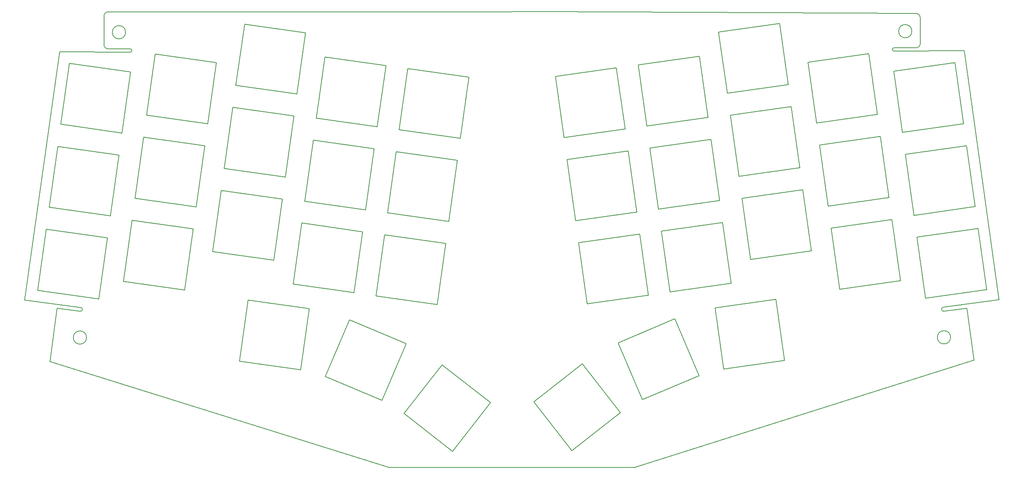
<source format=gbr>
G04 #@! TF.GenerationSoftware,KiCad,Pcbnew,7.0.1-0*
G04 #@! TF.CreationDate,2023-07-08T18:50:10+09:00*
G04 #@! TF.ProjectId,cool536lc,636f6f6c-3533-4366-9c63-2e6b69636164,rev?*
G04 #@! TF.SameCoordinates,Original*
G04 #@! TF.FileFunction,Profile,NP*
%FSLAX46Y46*%
G04 Gerber Fmt 4.6, Leading zero omitted, Abs format (unit mm)*
G04 Created by KiCad (PCBNEW 7.0.1-0) date 2023-07-08 18:50:10*
%MOMM*%
%LPD*%
G01*
G04 APERTURE LIST*
G04 #@! TA.AperFunction,Profile*
%ADD10C,0.150000*%
G04 #@! TD*
G04 APERTURE END LIST*
D10*
X137786525Y97133802D02*
X135836525Y83263802D01*
X121976525Y85213802D02*
X123926525Y99083802D01*
X123926525Y99083802D02*
X137786525Y97133802D01*
X135836525Y83263802D02*
X121976525Y85213802D01*
X121086525Y46893802D02*
X107226525Y48843802D01*
X123036525Y60763802D02*
X121086525Y46893802D01*
X109176525Y62713802D02*
X123036525Y60763802D01*
X107226525Y48843802D02*
X109176525Y62713802D01*
X144536525Y37023802D02*
X155566525Y28393802D01*
X155566525Y28393802D02*
X164196525Y39423802D01*
X153166525Y48043802D02*
X144536525Y37023802D01*
X164196525Y39423802D02*
X153166525Y48043802D01*
X126676525Y45393802D02*
X139556525Y39933802D01*
X145016525Y52813802D02*
X132146525Y58283802D01*
X139556525Y39933802D02*
X145016525Y52813802D01*
X132146525Y58283802D02*
X126676525Y45393802D01*
X257631525Y100873802D02*
X255681525Y114743802D01*
X271491525Y102823802D02*
X257631525Y100873802D01*
X269541525Y116693802D02*
X271491525Y102823802D01*
X255681525Y114743802D02*
X269541525Y116693802D01*
X194691525Y101593802D02*
X180831525Y99643802D01*
X180831525Y99643802D02*
X178881525Y113513802D01*
X192741525Y115463802D02*
X194691525Y101593802D01*
X178881525Y113513802D02*
X192741525Y115463802D01*
X231751525Y111683802D02*
X217891525Y109733802D01*
X229801525Y125553802D02*
X231751525Y111683802D01*
X215941525Y123603802D02*
X229801525Y125553802D01*
X217891525Y109733802D02*
X215941525Y123603802D01*
X238131525Y102923802D02*
X236181525Y116793802D01*
X251991525Y104873802D02*
X238131525Y102923802D01*
X250041525Y118743802D02*
X251991525Y104873802D01*
X236181525Y116793802D02*
X250041525Y118743802D01*
X199661525Y102303802D02*
X197711525Y116173802D01*
X197711525Y116173802D02*
X211571525Y118123802D01*
X213521525Y104253802D02*
X199661525Y102303802D01*
X211571525Y118123802D02*
X213521525Y104253802D01*
X122191525Y123438802D02*
X120241525Y109568802D01*
X106381525Y111518802D02*
X108331525Y125388802D01*
X120241525Y109568802D02*
X106381525Y111518802D01*
X108331525Y125388802D02*
X122191525Y123438802D01*
X143441525Y101428802D02*
X145391525Y115298802D01*
X145391525Y115298802D02*
X159251525Y113348802D01*
X159251525Y113348802D02*
X157301525Y99478802D01*
X157301525Y99478802D02*
X143441525Y101428802D01*
X140421525Y116008802D02*
X138471525Y102138802D01*
X124611525Y104088802D02*
X126561525Y117958802D01*
X126561525Y117958802D02*
X140421525Y116008802D01*
X138471525Y102138802D02*
X124611525Y104088802D01*
X100001525Y102758802D02*
X86141525Y104708802D01*
X88091525Y118578802D02*
X101951525Y116628802D01*
X101951525Y116628802D02*
X100001525Y102758802D01*
X86141525Y104708802D02*
X88091525Y118578802D01*
X80501525Y100708802D02*
X66641525Y102658802D01*
X82451525Y114578802D02*
X80501525Y100708802D01*
X66641525Y102658802D02*
X68591525Y116528802D01*
X68591525Y116528802D02*
X82451525Y114578802D01*
X234386525Y92808802D02*
X220526525Y90858802D01*
X220526525Y90858802D02*
X218576525Y104728802D01*
X218576525Y104728802D02*
X232436525Y106678802D01*
X232436525Y106678802D02*
X234386525Y92808802D01*
X202296525Y83428802D02*
X200346525Y97298802D01*
X214206525Y99248802D02*
X216156525Y85378802D01*
X216156525Y85378802D02*
X202296525Y83428802D01*
X200346525Y97298802D02*
X214206525Y99248802D01*
X238816525Y97918802D02*
X252676525Y99868802D01*
X254626525Y85998802D02*
X240766525Y84048802D01*
X240766525Y84048802D02*
X238816525Y97918802D01*
X252676525Y99868802D02*
X254626525Y85998802D01*
X181516525Y94638802D02*
X195376525Y96588802D01*
X195376525Y96588802D02*
X197326525Y82718802D01*
X183466525Y80768802D02*
X181516525Y94638802D01*
X197326525Y82718802D02*
X183466525Y80768802D01*
X260266525Y81998802D02*
X258316525Y95868802D01*
X274126525Y83948802D02*
X260266525Y81998802D01*
X272176525Y97818802D02*
X274126525Y83948802D01*
X258316525Y95868802D02*
X272176525Y97818802D01*
X77866525Y81833802D02*
X64006525Y83783802D01*
X64006525Y83783802D02*
X65956525Y97653802D01*
X79816525Y95703802D02*
X77866525Y81833802D01*
X65956525Y97653802D02*
X79816525Y95703802D01*
X105696525Y106513802D02*
X119556525Y104563802D01*
X117606525Y90693802D02*
X103746525Y92643802D01*
X103746525Y92643802D02*
X105696525Y106513802D01*
X119556525Y104563802D02*
X117606525Y90693802D01*
X97366525Y83883802D02*
X83506525Y85833802D01*
X99316525Y97753802D02*
X97366525Y83883802D01*
X83506525Y85833802D02*
X85456525Y99703802D01*
X85456525Y99703802D02*
X99316525Y97753802D01*
X140806525Y82553802D02*
X142756525Y96423802D01*
X156616525Y94473802D02*
X154666525Y80603802D01*
X154666525Y80603802D02*
X140806525Y82553802D01*
X142756525Y96423802D02*
X156616525Y94473802D01*
X199946525Y63858802D02*
X186086525Y61908802D01*
X184136525Y75778802D02*
X197996525Y77728802D01*
X186086525Y61908802D02*
X184136525Y75778802D01*
X197996525Y77728802D02*
X199946525Y63858802D01*
X223146525Y71998802D02*
X221196525Y85868802D01*
X235056525Y87818802D02*
X237006525Y73948802D01*
X221196525Y85868802D02*
X235056525Y87818802D01*
X237006525Y73948802D02*
X223146525Y71998802D01*
X216826525Y80388802D02*
X218776525Y66518802D01*
X218776525Y66518802D02*
X204916525Y64568802D01*
X204916525Y64568802D02*
X202966525Y78438802D01*
X202966525Y78438802D02*
X216826525Y80388802D01*
X260936525Y77008802D02*
X274796525Y78958802D01*
X274796525Y78958802D02*
X276746525Y65088802D01*
X276746525Y65088802D02*
X262886525Y63138802D01*
X262886525Y63138802D02*
X260936525Y77008802D01*
X243386525Y65188802D02*
X241436525Y79058802D01*
X257246525Y67138802D02*
X243386525Y65188802D01*
X255296525Y81008802D02*
X257246525Y67138802D01*
X241436525Y79058802D02*
X255296525Y81008802D01*
X101126525Y73783802D02*
X103076525Y87653802D01*
X114986525Y71833802D02*
X101126525Y73783802D01*
X116936525Y85703802D02*
X114986525Y71833802D01*
X103076525Y87653802D02*
X116936525Y85703802D01*
X75246525Y62973802D02*
X61386525Y64923802D01*
X61386525Y64923802D02*
X63336525Y78793802D01*
X63336525Y78793802D02*
X77196525Y76843802D01*
X77196525Y76843802D02*
X75246525Y62973802D01*
X82836525Y80843802D02*
X96696525Y78893802D01*
X94746525Y65023802D02*
X80886525Y66973802D01*
X96696525Y78893802D02*
X94746525Y65023802D01*
X80886525Y66973802D02*
X82836525Y80843802D01*
X152046525Y61743802D02*
X138186525Y63693802D01*
X140136525Y77563802D02*
X153996525Y75613802D01*
X138186525Y63693802D02*
X140136525Y77563802D01*
X153996525Y75613802D02*
X152046525Y61743802D01*
X193136525Y52993802D02*
X198596525Y40113802D01*
X198596525Y40113802D02*
X211476525Y45573802D01*
X211476525Y45573802D02*
X206006525Y58463802D01*
X206006525Y58463802D02*
X193136525Y52993802D01*
X217066525Y47073802D02*
X215116525Y60943802D01*
X215116525Y60943802D02*
X228976525Y62893802D01*
X228976525Y62893802D02*
X230926525Y49023802D01*
X230926525Y49023802D02*
X217066525Y47073802D01*
X182586525Y28573802D02*
X193616525Y37203802D01*
X193616525Y37203802D02*
X184986525Y48223802D01*
X173956525Y39603802D02*
X182586525Y28573802D01*
X184986525Y48223802D02*
X173956525Y39603802D01*
X119356525Y66353802D02*
X121306525Y80223802D01*
X133216525Y64403802D02*
X119356525Y66353802D01*
X121306525Y80223802D02*
X135166525Y78273802D01*
X135166525Y78273802D02*
X133216525Y64403802D01*
X162476525Y128203802D02*
X175456525Y128233802D01*
X259790000Y123810000D02*
G75*
G03*
X259790000Y123810000I-1500000J0D01*
G01*
X279610000Y62800000D02*
X271700000Y119370000D01*
X77400000Y119792634D02*
X82400000Y119792634D01*
X81327035Y123572965D02*
G75*
G03*
X81327035Y123572965I-1500000J0D01*
G01*
X261700000Y126850000D02*
G75*
G03*
X260720000Y127830000I-979999J1D01*
G01*
X260720000Y127830000D02*
X175456525Y128233802D01*
X261700000Y121022634D02*
X261700000Y126850000D01*
X268580000Y54280000D02*
G75*
G03*
X268580000Y54280000I-1500000J0D01*
G01*
X255720000Y120042634D02*
X260720000Y120042634D01*
X71059999Y60179003D02*
X65799999Y60859003D01*
X82400000Y119050000D02*
G75*
G03*
X82400000Y119792634I17J371317D01*
G01*
X141126525Y24763802D02*
X196836525Y24763802D01*
X71059999Y60179003D02*
G75*
G03*
X71090000Y61080000I30003J449999D01*
G01*
X72470000Y54230000D02*
G75*
G03*
X72470000Y54230000I-1500000J0D01*
G01*
X162476525Y128203802D02*
X77402965Y128217035D01*
X266960000Y61130000D02*
X279610000Y62800000D01*
X76420000Y120772634D02*
X76422965Y127237035D01*
X266960000Y61129999D02*
G75*
G03*
X266990001Y60229004I2J-450997D01*
G01*
X255720000Y120042634D02*
G75*
G03*
X255720000Y119300000I17J-371317D01*
G01*
X271700000Y119370000D02*
X255720000Y119300000D01*
X76420000Y120772634D02*
G75*
G03*
X77400000Y119792634I980023J23D01*
G01*
X273890000Y49080000D02*
X272250001Y60909003D01*
X58440000Y62750000D02*
X71090000Y61080000D01*
X58440000Y62750000D02*
X66420000Y119120000D01*
X196836525Y24763802D02*
X273890000Y49080000D01*
X260720000Y120042634D02*
G75*
G03*
X261700000Y121022634I59J979941D01*
G01*
X272250001Y60909003D02*
X266990001Y60229003D01*
X65799999Y60859003D02*
X64150000Y48800000D01*
X66420000Y119120000D02*
X82400000Y119050000D01*
X64150000Y48800000D02*
X141126525Y24763802D01*
X77402965Y128217035D02*
G75*
G03*
X76422965Y127237035I36J-980036D01*
G01*
M02*

</source>
